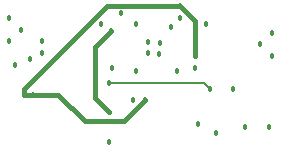
<source format=gbl>
G04*
G04 #@! TF.GenerationSoftware,Altium Limited,Altium Designer,22.2.1 (43)*
G04*
G04 Layer_Physical_Order=4*
G04 Layer_Color=16711680*
%FSLAX24Y24*%
%MOIN*%
G70*
G04*
G04 #@! TF.SameCoordinates,385840A5-E032-4D16-B727-23F4FCC5E7AD*
G04*
G04*
G04 #@! TF.FilePolarity,Positive*
G04*
G01*
G75*
%ADD30C,0.0180*%
%ADD33C,0.0050*%
%ADD34C,0.0180*%
D30*
X689Y1870D02*
X984D01*
X689D02*
Y2067D01*
X1834Y1870D02*
X2720Y984D01*
X984Y1870D02*
X1834D01*
X3445Y4823D02*
X5906D01*
X689Y2067D02*
X3445Y4823D01*
X3051Y1765D02*
Y3458D01*
X3590Y3997D01*
X3051Y1765D02*
X3537Y1280D01*
X6398Y3150D02*
Y4331D01*
X5906Y4823D02*
X6398Y4331D01*
X4035Y984D02*
X4724Y1673D01*
X2720Y984D02*
X4035D01*
X3537Y1280D02*
X3543D01*
D33*
X6693Y2264D02*
X6890Y2067D01*
X3543Y2264D02*
X6693D01*
D34*
X8858Y787D02*
D03*
X8071D02*
D03*
X7677Y2067D02*
D03*
X5807Y2657D02*
D03*
X6398Y2756D02*
D03*
X6496Y886D02*
D03*
X7087Y591D02*
D03*
X3543Y295D02*
D03*
X6758Y4232D02*
D03*
X5906Y4429D02*
D03*
X5610Y4134D02*
D03*
X4429Y4232D02*
D03*
X3937Y4593D02*
D03*
X3248Y4232D02*
D03*
X1280Y3642D02*
D03*
Y3248D02*
D03*
X689Y1870D02*
D03*
X984D02*
D03*
X3642Y2756D02*
D03*
X4429Y2657D02*
D03*
X4331Y1673D02*
D03*
X8945Y3937D02*
D03*
Y3150D02*
D03*
X8563Y3543D02*
D03*
X591Y4035D02*
D03*
X208Y4429D02*
D03*
Y3642D02*
D03*
X886Y3051D02*
D03*
X394Y2854D02*
D03*
X6398Y3150D02*
D03*
X5906Y4823D02*
D03*
X4724Y1673D02*
D03*
X3543Y1280D02*
D03*
X3590Y3997D02*
D03*
X4843Y3622D02*
D03*
X5217Y3602D02*
D03*
X5197Y3228D02*
D03*
X4823Y3248D02*
D03*
X6890Y2067D02*
D03*
X3543Y2264D02*
D03*
M02*

</source>
